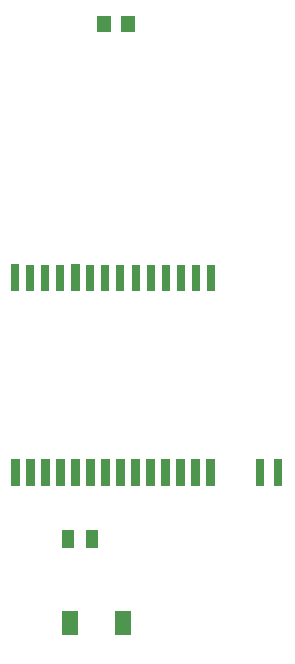
<source format=gtp>
G04 Layer: TopPasteMaskLayer*
G04 EasyEDA v6.4.25, 2021-10-28T21:51:33--4:00*
G04 88f9fe5a47094e6790728aceff35a815,7db2125e4611476bb2993bf99425ef50,10*
G04 Gerber Generator version 0.2*
G04 Scale: 100 percent, Rotated: No, Reflected: No *
G04 Dimensions in inches *
G04 leading zeros omitted , absolute positions ,3 integer and 6 decimal *
%FSLAX36Y36*%
%MOIN*%

%ADD13R,0.0457X0.0579*%
%ADD14R,0.0394X0.0610*%
%ADD15R,0.0276X0.0906*%

%LPD*%
D13*
G01*
X2270000Y-3015000D03*
G01*
X2190000Y-3015000D03*
D14*
G01*
X2070630Y-4730000D03*
G01*
X2149369Y-4730000D03*
G36*
X2783779Y-4555275D02*
G01*
X2783779Y-4464724D01*
X2756219Y-4464724D01*
X2756219Y-4555275D01*
G37*
G36*
X2723936Y-4555275D02*
G01*
X2723936Y-4464724D01*
X2696376Y-4464724D01*
X2696376Y-4555275D01*
G37*
G36*
X2558581Y-4555275D02*
G01*
X2558581Y-4464724D01*
X2531022Y-4464724D01*
X2531022Y-4555275D01*
G37*
G36*
X2508581Y-4555275D02*
G01*
X2508581Y-4464724D01*
X2481022Y-4464724D01*
X2481022Y-4555275D01*
G37*
G36*
X2458581Y-4555275D02*
G01*
X2458581Y-4464724D01*
X2431022Y-4464724D01*
X2431022Y-4555275D01*
G37*
G36*
X2408581Y-4555275D02*
G01*
X2408581Y-4464724D01*
X2381022Y-4464724D01*
X2381022Y-4555275D01*
G37*
D15*
G01*
X2544799Y-3860000D03*
G01*
X2495000Y-3860000D03*
G01*
X2444799Y-3860000D03*
G01*
X2394799Y-3860000D03*
G01*
X2344799Y-3860000D03*
G01*
X2294799Y-3860000D03*
G36*
X2358581Y-4555275D02*
G01*
X2358581Y-4464724D01*
X2331022Y-4464724D01*
X2331022Y-4555275D01*
G37*
G36*
X2308581Y-4555275D02*
G01*
X2308581Y-4464724D01*
X2281022Y-4464724D01*
X2281022Y-4555275D01*
G37*
G36*
X2258581Y-4555275D02*
G01*
X2258581Y-4464724D01*
X2231022Y-4464724D01*
X2231022Y-4555275D01*
G37*
G36*
X2181024Y-4555275D02*
G01*
X2181024Y-4464724D01*
X2208585Y-4464724D01*
X2208585Y-4555275D01*
G37*
G36*
X2081023Y-4555275D02*
G01*
X2081023Y-4464724D01*
X2108584Y-4464724D01*
X2108584Y-4555275D01*
G37*
G36*
X2131022Y-4555275D02*
G01*
X2131022Y-4464724D01*
X2158582Y-4464724D01*
X2158582Y-4555275D01*
G37*
G36*
X1931022Y-4555275D02*
G01*
X1931022Y-4464724D01*
X1958582Y-4464724D01*
X1958582Y-4555275D01*
G37*
G36*
X1881023Y-4555275D02*
G01*
X1881023Y-4464724D01*
X1908584Y-4464724D01*
X1908584Y-4555275D01*
G37*
G36*
X1981024Y-4555275D02*
G01*
X1981024Y-4464724D01*
X2008585Y-4464724D01*
X2008585Y-4555275D01*
G37*
G36*
X2058581Y-4555275D02*
G01*
X2058581Y-4464724D01*
X2031022Y-4464724D01*
X2031022Y-4555275D01*
G37*
G36*
X2081021Y-3814728D02*
G01*
X2081021Y-3905279D01*
X2108581Y-3905279D01*
X2108581Y-3814728D01*
G37*
G01*
X2143860Y-3859989D03*
G01*
X2243860Y-3859989D03*
G01*
X2193860Y-3859989D03*
G01*
X1993860Y-3859989D03*
G01*
X2043860Y-3859989D03*
G01*
X1943860Y-3859989D03*
G36*
X1880081Y-3814717D02*
G01*
X1880081Y-3905270D01*
X1907641Y-3905270D01*
X1907641Y-3814717D01*
G37*
G36*
X2049841Y-4970630D02*
G01*
X2102992Y-4970630D01*
X2102992Y-5049369D01*
X2049841Y-5049369D01*
G37*
G36*
X2227007Y-4970630D02*
G01*
X2280158Y-4970630D01*
X2280158Y-5049369D01*
X2227007Y-5049369D01*
G37*
M02*

</source>
